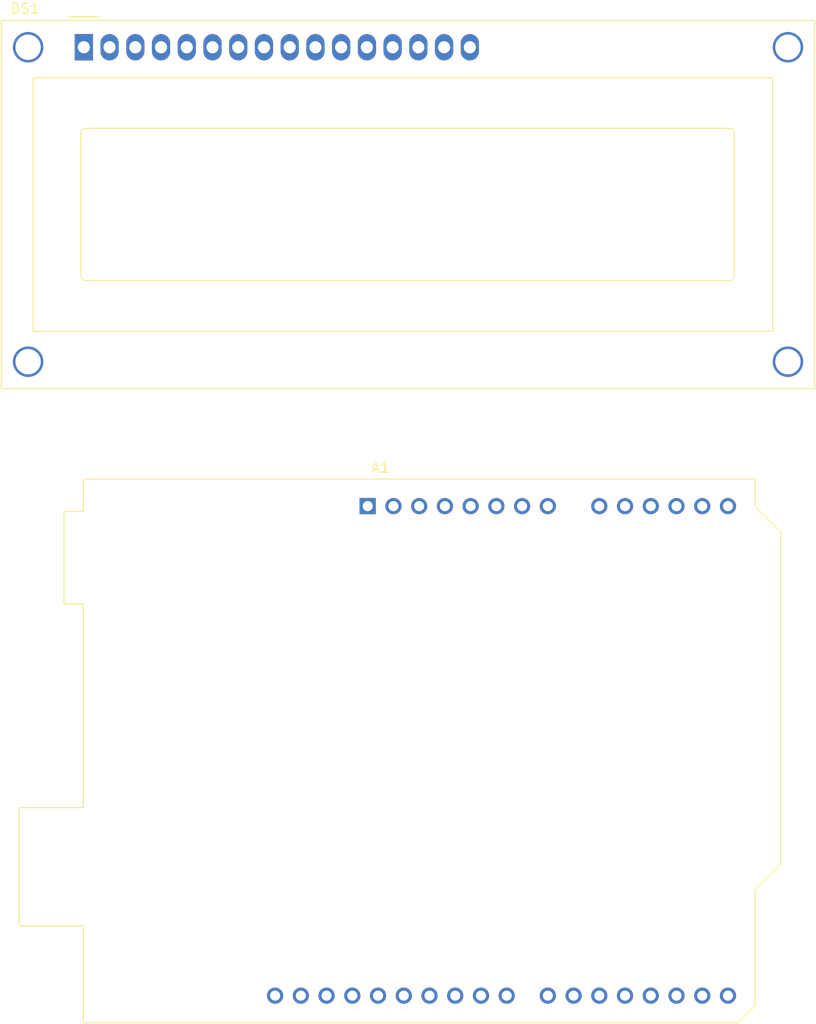
<source format=kicad_pcb>
(kicad_pcb (version 20240108) (generator "pcbnew") (generator_version "8.0")
  (layers (0 "F.Cu" signal) (31 "B.Cu" signal) (34 "B.Paste" user) (35 "F.Paste" user) (36 "B.SilkS" user "B.Silkscreen") (37 "F.SilkS" user "F.Silkscreen") (38 "B.Mask" user) (39 "F.Mask" user) (44 "Edge.Cuts" user))
  (net 0 "")
  (footprint "Display:WC1602A" (layer "F.Cu") (at 92.50052 48.9993)
    (property "Reference" "DS1" (at -5.82 -3.81 0) (layer "F.SilkS"))
    (property "Value" "WC1602A")
    (fp_line (start -8.14 -2.64) (end -8.14 33.64) (stroke (width 0.12)) (layer "F.SilkS"))
    (fp_line (start -8.14 33.64) (end 72.14 33.64) (stroke (width 0.12)) (layer "F.SilkS"))
    (fp_line (start -8.13 -2.64) (end -7.34 -2.64) (stroke (width 0.12)) (layer "F.SilkS"))
    (fp_line (start -5 3) (end 68 3) (stroke (width 0.12)) (layer "F.SilkS"))
    (fp_line (start -5 28) (end -5 3) (stroke (width 0.12)) (layer "F.SilkS"))
    (fp_line (start -1.5 -3) (end 1.5 -3) (stroke (width 0.12)) (layer "F.SilkS"))
    (fp_line (start -0.29972 22.49932) (end -0.29972 8.5) (stroke (width 0.12)) (layer "F.SilkS"))
    (fp_line (start 0.2 8) (end 63.7 8) (stroke (width 0.12)) (layer "F.SilkS"))
    (fp_line (start 63.70066 23) (end 0.2 23) (stroke (width 0.12)) (layer "F.SilkS"))
    (fp_line (start 64.2 8.5) (end 64.2 22.5) (stroke (width 0.12)) (layer "F.SilkS"))
    (fp_line (start 68 3) (end 68 28) (stroke (width 0.12)) (layer "F.SilkS"))
    (fp_line (start 68 28) (end -5 28) (stroke (width 0.12)) (layer "F.SilkS"))
    (fp_line (start 72.14 -2.64) (end -7.34 -2.64) (stroke (width 0.12)) (layer "F.SilkS"))
    (fp_line (start 72.14 33.64) (end 72.14 -2.64) (stroke (width 0.12)) (layer "F.SilkS"))
    (fp_arc (start -0.29972 8.49884) (mid -0.153162 8.145018) (end 0.20066 7.99846) (stroke (width 0.12)) (layer "F.SilkS"))
    (fp_arc (start 0.20066 22.9997) (mid -0.153162 22.853142) (end -0.29972 22.49932) (stroke (width 0.12)) (layer "F.SilkS"))
    (fp_arc (start 63.7 8) (mid 64.053553 8.146447) (end 64.2 8.5) (stroke (width 0.12)) (layer "F.SilkS"))
    (fp_arc (start 64.20104 22.49932) (mid 64.054473 22.853115) (end 63.70066 22.9997) (stroke (width 0.12)) (layer "F.SilkS"))
    (pad "" thru_hole circle (at -5.4991 0) (size 3 3) (drill 2.5) (layers "*.Cu" "*.Mask"))
    (pad "" thru_hole circle (at -5.4991 31.0007) (size 3 3) (drill 2.5) (layers "*.Cu" "*.Mask"))
    (pad "" thru_hole circle (at 69.49948 31.0007) (size 3 3) (drill 2.5) (layers "*.Cu" "*.Mask"))
    (pad "" thru_hole circle (at 69.5 0) (size 3 3) (drill 2.5) (layers "*.Cu" "*.Mask"))
    (pad "1" thru_hole rect (at 0 0) (size 1.8 2.6) (drill 1.2) (layers "*.Cu" "*.Mask"))
    (pad "2" thru_hole oval (at 2.54 0) (size 1.8 2.6) (drill 1.2) (layers "*.Cu" "*.Mask"))
    (pad "3" thru_hole oval (at 5.08 0) (size 1.8 2.6) (drill 1.2) (layers "*.Cu" "*.Mask"))
    (pad "4" thru_hole oval (at 7.62 0) (size 1.8 2.6) (drill 1.2) (layers "*.Cu" "*.Mask"))
    (pad "5" thru_hole oval (at 10.16 0) (size 1.8 2.6) (drill 1.2) (layers "*.Cu" "*.Mask"))
    (pad "6" thru_hole oval (at 12.7 0) (size 1.8 2.6) (drill 1.2) (layers "*.Cu" "*.Mask"))
    (pad "7" thru_hole oval (at 15.24 0) (size 1.8 2.6) (drill 1.2) (layers "*.Cu" "*.Mask"))
    (pad "8" thru_hole oval (at 17.78 0) (size 1.8 2.6) (drill 1.2) (layers "*.Cu" "*.Mask"))
    (pad "9" thru_hole oval (at 20.32 0) (size 1.8 2.6) (drill 1.2) (layers "*.Cu" "*.Mask"))
    (pad "10" thru_hole oval (at 22.86 0) (size 1.8 2.6) (drill 1.2) (layers "*.Cu" "*.Mask"))
    (pad "11" thru_hole oval (at 25.4 0) (size 1.8 2.6) (drill 1.2) (layers "*.Cu" "*.Mask"))
    (pad "12" thru_hole oval (at 27.94 0) (size 1.8 2.6) (drill 1.2) (layers "*.Cu" "*.Mask"))
    (pad "13" thru_hole oval (at 30.48 0) (size 1.8 2.6) (drill 1.2) (layers "*.Cu" "*.Mask"))
    (pad "14" thru_hole oval (at 33.02 0) (size 1.8 2.6) (drill 1.2) (layers "*.Cu" "*.Mask"))
    (pad "15" thru_hole oval (at 35.56 0) (size 1.8 2.6) (drill 1.2) (layers "*.Cu" "*.Mask"))
    (pad "16" thru_hole oval (at 38.1 0) (size 1.8 2.6) (drill 1.2) (layers "*.Cu" "*.Mask"))
  )
  (footprint "Module:Arduino_UNO_R3" (layer "F.Cu") (at 120.52 94.24)
    (property "Reference" "A1" (at 1.27 -3.81 180) (layer "F.SilkS"))
    (property "Value" "Arduino_UNO_R3")
    (fp_line (start -34.42 29.72) (end -34.42 41.4) (stroke (width 0.12)) (layer "F.SilkS"))
    (fp_line (start -34.42 41.4) (end -28.07 41.4) (stroke (width 0.12)) (layer "F.SilkS"))
    (fp_line (start -29.97 0.51) (end -29.97 9.65) (stroke (width 0.12)) (layer "F.SilkS"))
    (fp_line (start -29.97 9.65) (end -28.07 9.65) (stroke (width 0.12)) (layer "F.SilkS"))
    (fp_line (start -28.07 -2.67) (end -28.07 0.51) (stroke (width 0.12)) (layer "F.SilkS"))
    (fp_line (start -28.07 0.51) (end -29.97 0.51) (stroke (width 0.12)) (layer "F.SilkS"))
    (fp_line (start -28.07 9.65) (end -28.07 29.72) (stroke (width 0.12)) (layer "F.SilkS"))
    (fp_line (start -28.07 29.72) (end -34.42 29.72) (stroke (width 0.12)) (layer "F.SilkS"))
    (fp_line (start -28.07 41.4) (end -28.07 50.93) (stroke (width 0.12)) (layer "F.SilkS"))
    (fp_line (start -28.07 50.93) (end 36.58 50.93) (stroke (width 0.12)) (layer "F.SilkS"))
    (fp_line (start 36.58 50.93) (end 38.23 49.28) (stroke (width 0.12)) (layer "F.SilkS"))
    (fp_line (start 38.23 -2.67) (end -28.07 -2.67) (stroke (width 0.12)) (layer "F.SilkS"))
    (fp_line (start 38.23 0) (end 38.23 -2.67) (stroke (width 0.12)) (layer "F.SilkS"))
    (fp_line (start 38.23 37.85) (end 40.77 35.31) (stroke (width 0.12)) (layer "F.SilkS"))
    (fp_line (start 38.23 49.28) (end 38.23 37.85) (stroke (width 0.12)) (layer "F.SilkS"))
    (fp_line (start 40.77 2.54) (end 38.23 0) (stroke (width 0.12)) (layer "F.SilkS"))
    (fp_line (start 40.77 35.31) (end 40.77 2.54) (stroke (width 0.12)) (layer "F.SilkS"))
    (pad "1" thru_hole rect (at 0 0 90) (size 1.6 1.6) (drill 1) (layers "*.Cu" "*.Mask"))
    (pad "2" thru_hole oval (at 2.54 0 90) (size 1.6 1.6) (drill 1) (layers "*.Cu" "*.Mask"))
    (pad "3" thru_hole oval (at 5.08 0 90) (size 1.6 1.6) (drill 1) (layers "*.Cu" "*.Mask"))
    (pad "4" thru_hole oval (at 7.62 0 90) (size 1.6 1.6) (drill 1) (layers "*.Cu" "*.Mask"))
    (pad "5" thru_hole oval (at 10.16 0 90) (size 1.6 1.6) (drill 1) (layers "*.Cu" "*.Mask"))
    (pad "6" thru_hole oval (at 12.7 0 90) (size 1.6 1.6) (drill 1) (layers "*.Cu" "*.Mask"))
    (pad "7" thru_hole oval (at 15.24 0 90) (size 1.6 1.6) (drill 1) (layers "*.Cu" "*.Mask"))
    (pad "8" thru_hole oval (at 17.78 0 90) (size 1.6 1.6) (drill 1) (layers "*.Cu" "*.Mask"))
    (pad "9" thru_hole oval (at 22.86 0 90) (size 1.6 1.6) (drill 1) (layers "*.Cu" "*.Mask"))
    (pad "10" thru_hole oval (at 25.4 0 90) (size 1.6 1.6) (drill 1) (layers "*.Cu" "*.Mask"))
    (pad "11" thru_hole oval (at 27.94 0 90) (size 1.6 1.6) (drill 1) (layers "*.Cu" "*.Mask"))
    (pad "12" thru_hole oval (at 30.48 0 90) (size 1.6 1.6) (drill 1) (layers "*.Cu" "*.Mask"))
    (pad "13" thru_hole oval (at 33.02 0 90) (size 1.6 1.6) (drill 1) (layers "*.Cu" "*.Mask"))
    (pad "14" thru_hole oval (at 35.56 0 90) (size 1.6 1.6) (drill 1) (layers "*.Cu" "*.Mask"))
    (pad "15" thru_hole oval (at 35.56 48.26 90) (size 1.6 1.6) (drill 1) (layers "*.Cu" "*.Mask"))
    (pad "16" thru_hole oval (at 33.02 48.26 90) (size 1.6 1.6) (drill 1) (layers "*.Cu" "*.Mask"))
    (pad "17" thru_hole oval (at 30.48 48.26 90) (size 1.6 1.6) (drill 1) (layers "*.Cu" "*.Mask"))
    (pad "18" thru_hole oval (at 27.94 48.26 90) (size 1.6 1.6) (drill 1) (layers "*.Cu" "*.Mask"))
    (pad "19" thru_hole oval (at 25.4 48.26 90) (size 1.6 1.6) (drill 1) (layers "*.Cu" "*.Mask"))
    (pad "20" thru_hole oval (at 22.86 48.26 90) (size 1.6 1.6) (drill 1) (layers "*.Cu" "*.Mask"))
    (pad "21" thru_hole oval (at 20.32 48.26 90) (size 1.6 1.6) (drill 1) (layers "*.Cu" "*.Mask"))
    (pad "22" thru_hole oval (at 17.78 48.26 90) (size 1.6 1.6) (drill 1) (layers "*.Cu" "*.Mask"))
    (pad "23" thru_hole oval (at 13.72 48.26 90) (size 1.6 1.6) (drill 1) (layers "*.Cu" "*.Mask"))
    (pad "24" thru_hole oval (at 11.18 48.26 90) (size 1.6 1.6) (drill 1) (layers "*.Cu" "*.Mask"))
    (pad "25" thru_hole oval (at 8.64 48.26 90) (size 1.6 1.6) (drill 1) (layers "*.Cu" "*.Mask"))
    (pad "26" thru_hole oval (at 6.1 48.26 90) (size 1.6 1.6) (drill 1) (layers "*.Cu" "*.Mask"))
    (pad "27" thru_hole oval (at 3.56 48.26 90) (size 1.6 1.6) (drill 1) (layers "*.Cu" "*.Mask"))
    (pad "28" thru_hole oval (at 1.02 48.26 90) (size 1.6 1.6) (drill 1) (layers "*.Cu" "*.Mask"))
    (pad "29" thru_hole oval (at -1.52 48.26 90) (size 1.6 1.6) (drill 1) (layers "*.Cu" "*.Mask"))
    (pad "30" thru_hole oval (at -4.06 48.26 90) (size 1.6 1.6) (drill 1) (layers "*.Cu" "*.Mask"))
    (pad "31" thru_hole oval (at -6.6 48.26 90) (size 1.6 1.6) (drill 1) (layers "*.Cu" "*.Mask"))
    (pad "32" thru_hole oval (at -9.14 48.26 90) (size 1.6 1.6) (drill 1) (layers "*.Cu" "*.Mask"))
  )
)
</source>
